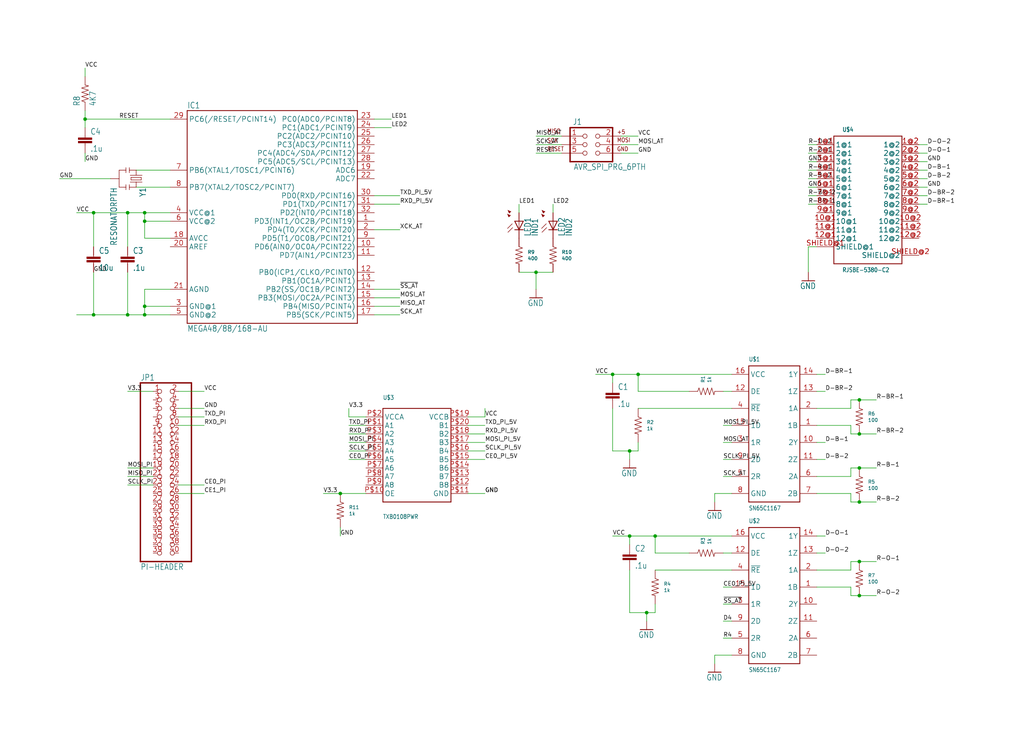
<source format=kicad_sch>
(kicad_sch (version 20250114) (generator "eeschema") (generator_version "9.0")
  (paper "User" 305.714 223.342)
  (lib_symbols
    (symbol "pi-shield-eagle-import:AVR_SPI_PRG_6PTH"
      (property "Reference" "J" (at -4.318 5.842 0))
      (symbol "AVR_SPI_PRG_6PTH_1_0"
        (polyline (pts (xy -5.08 5.08) (xy -5.08 -5.08)) (stroke (width 0.4064)))
        (polyline (pts (xy -5.08 -5.08) (xy 7.62 -5.08)) (stroke (width 0.4064)))
        (polyline (pts (xy 7.62 5.08) (xy -5.08 5.08)) (stroke (width 0.4064)))
        (polyline (pts (xy 7.62 -5.08) (xy 7.62 5.08)) (stroke (width 0.4064)))
        (text "MISO" (at -11.938 3.302 0) (effects (font (size 1.27 1.0795)) (justify left bottom)))
        (text "SCK" (at -11.938 0.508 0) (effects (font (size 1.27 1.0795)) (justify left bottom)))
        (text "RESET" (at -11.938 -2.032 0) (effects (font (size 1.27 1.0795)) (justify left bottom)))
        (text "+5" (at 8.89 3.048 0) (effects (font (size 1.27 1.0795)) (justify left bottom)))
        (text "MOSI" (at 8.89 0.635 0) (effects (font (size 1.27 1.0795)) (justify left bottom)))
        (text "GND" (at 8.89 -2.032 0) (effects (font (size 1.27 1.0795)) (justify left bottom)))
        (pin passive inverted (at -7.62 2.54 0) (length 7.62) (name "1") (number "1"))
        (pin passive inverted (at -7.62 0 0) (length 7.62) (name "3") (number "3"))
        (pin passive inverted (at -7.62 -2.54 0) (length 7.62) (name "5") (number "5"))
        (pin passive inverted (at 10.16 2.54 180) (length 7.62) (name "2") (number "2"))
        (pin passive inverted (at 10.16 0 180) (length 7.62) (name "4") (number "4"))
        (pin passive inverted (at 10.16 -2.54 180) (length 7.62) (name "6") (number "6"))
      )
    )
    (symbol "pi-shield-eagle-import:CAP0805"
      (property "Reference" "C" (at 1.524 2.921 0))
      (symbol "CAP0805_1_0"
        (rectangle (start -2.032 1.524) (end 2.032 2.032) (fill (type outline)))
        (rectangle (start -2.032 0.508) (end 2.032 1.016) (fill (type outline)))
        (polyline (pts (xy 0 2.54) (xy 0 2.032)) (stroke (width 0.1524)))
        (polyline (pts (xy 0 0) (xy 0 0.508)) (stroke (width 0.1524)))
        (pin passive line (at 0 5.08 270) (length 2.54) (name "1") (number "1"))
        (pin passive line (at 0 -2.54 90) (length 2.54) (name "2") (number "2"))
      )
    )
    (symbol "pi-shield-eagle-import:GND" (power)
      (symbol "GND_1_0"
        (polyline (pts (xy -1.905 0) (xy 1.905 0)) (stroke (width 0.254)))
        (pin power_in line (at 0 2.54 270) (length 2.54) (name "GND") (number "1"))
      )
    )
    (symbol "pi-shield-eagle-import:LED3MM"
      (property "Reference" "LED" (at 3.556 -4.572 90))
      (symbol "LED3MM_1_0"
        (polyline (pts (xy -3.429 2.159) (xy -3.048 1.27) (xy -2.54 1.778)) (stroke (width 0.1524)) (fill (type outline)))
        (polyline (pts (xy -3.302 3.302) (xy -2.921 2.413) (xy -2.413 2.921)) (stroke (width 0.1524)) (fill (type outline)))
        (polyline (pts (xy -2.032 -0.762) (xy -3.429 -2.159)) (stroke (width 0.1524)))
        (polyline (pts (xy -1.905 -1.905) (xy -3.302 -3.302)) (stroke (width 0.1524)))
        (polyline (pts (xy 0 0) (xy -1.27 0)) (stroke (width 0.254)))
        (polyline (pts (xy 0 0) (xy 0 -2.54)) (stroke (width 0.1524)))
        (polyline (pts (xy 0 -2.54) (xy -1.27 0)) (stroke (width 0.254)))
        (polyline (pts (xy 0 -2.54) (xy -1.27 -2.54)) (stroke (width 0.254)))
        (polyline (pts (xy 1.27 0) (xy 0 0)) (stroke (width 0.254)))
        (polyline (pts (xy 1.27 0) (xy 0 -2.54)) (stroke (width 0.254)))
        (polyline (pts (xy 1.27 -2.54) (xy 0 -2.54)) (stroke (width 0.254)))
        (pin passive line (at 0 2.54 270) (length 2.54) (name "A") (number "A"))
        (pin passive line (at 0 -5.08 90) (length 2.54) (name "C") (number "K"))
      )
    )
    (symbol "pi-shield-eagle-import:MEGA48/88/168-AU"
      (property "Reference" "IC" (at -25.4 33.02 0))
      (symbol "MEGA48/88/168-AU_1_0"
        (polyline (pts (xy -25.4 30.48) (xy 25.4 30.48)) (stroke (width 0.254)))
        (polyline (pts (xy -25.4 -33.02) (xy -25.4 30.48)) (stroke (width 0.254)))
        (polyline (pts (xy 25.4 30.48) (xy 25.4 -33.02)) (stroke (width 0.254)))
        (polyline (pts (xy 25.4 -33.02) (xy -25.4 -33.02)) (stroke (width 0.254)))
        (pin bidirectional line (at -30.48 27.94 0) (length 5.08) (name "PC6(/RESET/PCINT14)") (number "29"))
        (pin bidirectional line (at -30.48 12.7 0) (length 5.08) (name "PB6(XTAL1/TOSC1/PCINT6)") (number "7"))
        (pin bidirectional line (at -30.48 7.62 0) (length 5.08) (name "PB7(XTAL2/TOSC2/PCINT7)") (number "8"))
        (pin power_in line (at -30.48 0 0) (length 5.08) (name "VCC@1") (number "4"))
        (pin power_in line (at -30.48 -2.54 0) (length 5.08) (name "VCC@2") (number "6"))
        (pin passive line (at -30.48 -7.62 0) (length 5.08) (name "AVCC") (number "18"))
        (pin passive line (at -30.48 -10.16 0) (length 5.08) (name "AREF") (number "20"))
        (pin power_in line (at -30.48 -22.86 0) (length 5.08) (name "AGND") (number "21"))
        (pin power_in line (at -30.48 -27.94 0) (length 5.08) (name "GND@1") (number "3"))
        (pin power_in line (at -30.48 -30.48 0) (length 5.08) (name "GND@2") (number "5"))
        (pin bidirectional line (at 30.48 27.94 180) (length 5.08) (name "PC0(ADC0/PCINT8)") (number "23"))
        (pin bidirectional line (at 30.48 25.4 180) (length 5.08) (name "PC1(ADC1/PCINT9)") (number "24"))
        (pin bidirectional line (at 30.48 22.86 180) (length 5.08) (name "PC2(ADC2/PCINT10)") (number "25"))
        (pin bidirectional line (at 30.48 20.32 180) (length 5.08) (name "PC3(ADC3/PCINT11)") (number "26"))
        (pin bidirectional line (at 30.48 17.78 180) (length 5.08) (name "PC4(ADC4/SDA/PCINT12)") (number "27"))
        (pin bidirectional line (at 30.48 15.24 180) (length 5.08) (name "PC5(ADC5/SCL/PCINT13)") (number "28"))
        (pin passive line (at 30.48 12.7 180) (length 5.08) (name "ADC6") (number "19"))
        (pin passive line (at 30.48 10.16 180) (length 5.08) (name "ADC7") (number "22"))
        (pin bidirectional line (at 30.48 5.08 180) (length 5.08) (name "PD0(RXD/PCINT16)") (number "30"))
        (pin bidirectional line (at 30.48 2.54 180) (length 5.08) (name "PD1(TXD/PCINT17)") (number "31"))
        (pin bidirectional line (at 30.48 0 180) (length 5.08) (name "PD2(INT0/PCINT18)") (number "32"))
        (pin bidirectional line (at 30.48 -2.54 180) (length 5.08) (name "PD3(INT1/OC2B/PCINT19)") (number "1"))
        (pin bidirectional line (at 30.48 -5.08 180) (length 5.08) (name "PD4(T0/XCK/PCINT20)") (number "2"))
        (pin bidirectional line (at 30.48 -7.62 180) (length 5.08) (name "PD5(T1/OC0B/PCINT21)") (number "9"))
        (pin bidirectional line (at 30.48 -10.16 180) (length 5.08) (name "PD6(AIN0/OC0A/PCINT22)") (number "10"))
        (pin bidirectional line (at 30.48 -12.7 180) (length 5.08) (name "PD7(AIN1/PCINT23)") (number "11"))
        (pin bidirectional line (at 30.48 -17.78 180) (length 5.08) (name "PB0(ICP1/CLKO/PCINT0)") (number "12"))
        (pin bidirectional line (at 30.48 -20.32 180) (length 5.08) (name "PB1(OC1A/PCINT1)") (number "13"))
        (pin bidirectional line (at 30.48 -22.86 180) (length 5.08) (name "PB2(SS/OC1B/PCINT2)") (number "14"))
        (pin bidirectional line (at 30.48 -25.4 180) (length 5.08) (name "PB3(MOSI/OC2A/PCINT3)") (number "15"))
        (pin bidirectional line (at 30.48 -27.94 180) (length 5.08) (name "PB4(MISO/PCINT4)") (number "16"))
        (pin bidirectional line (at 30.48 -30.48 180) (length 5.08) (name "PB5(SCK/PCINT5)") (number "17"))
      )
    )
    (symbol "pi-shield-eagle-import:PINHD-2X20"
      (property "Reference" "JP" (at -6.35 26.035 0))
      (symbol "PINHD-2X20_1_0"
        (polyline (pts (xy -6.35 25.4) (xy -6.35 -27.94)) (stroke (width 0.4064)))
        (polyline (pts (xy -6.35 -27.94) (xy 8.89 -27.94)) (stroke (width 0.4064)))
        (polyline (pts (xy 8.89 25.4) (xy -6.35 25.4)) (stroke (width 0.4064)))
        (polyline (pts (xy 8.89 -27.94) (xy 8.89 25.4)) (stroke (width 0.4064)))
        (pin passive inverted (at -2.54 22.86 0) (length 2.54) (name "1") (number "1"))
        (pin passive inverted (at -2.54 20.32 0) (length 2.54) (name "3") (number "3"))
        (pin passive inverted (at -2.54 17.78 0) (length 2.54) (name "5") (number "5"))
        (pin passive inverted (at -2.54 15.24 0) (length 2.54) (name "7") (number "7"))
        (pin passive inverted (at -2.54 12.7 0) (length 2.54) (name "9") (number "9"))
        (pin passive inverted (at -2.54 10.16 0) (length 2.54) (name "11") (number "11"))
        (pin passive inverted (at -2.54 7.62 0) (length 2.54) (name "13") (number "13"))
        (pin passive inverted (at -2.54 5.08 0) (length 2.54) (name "15") (number "15"))
        (pin passive inverted (at -2.54 2.54 0) (length 2.54) (name "17") (number "17"))
        (pin passive inverted (at -2.54 0 0) (length 2.54) (name "19") (number "19"))
        (pin passive inverted (at -2.54 -2.54 0) (length 2.54) (name "21") (number "21"))
        (pin passive inverted (at -2.54 -5.08 0) (length 2.54) (name "23") (number "23"))
        (pin passive inverted (at -2.54 -7.62 0) (length 2.54) (name "25") (number "25"))
        (pin passive inverted (at -2.54 -10.16 0) (length 2.54) (name "27") (number "27"))
        (pin passive inverted (at -2.54 -12.7 0) (length 2.54) (name "29") (number "29"))
        (pin passive inverted (at -2.54 -15.24 0) (length 2.54) (name "31") (number "31"))
        (pin passive inverted (at -2.54 -17.78 0) (length 2.54) (name "33") (number "33"))
        (pin passive inverted (at -2.54 -20.32 0) (length 2.54) (name "35") (number "35"))
        (pin passive inverted (at -2.54 -22.86 0) (length 2.54) (name "37") (number "37"))
        (pin passive inverted (at -2.54 -25.4 0) (length 2.54) (name "39") (number "39"))
        (pin passive inverted (at 5.08 22.86 180) (length 2.54) (name "2") (number "2"))
        (pin passive inverted (at 5.08 20.32 180) (length 2.54) (name "4") (number "4"))
        (pin passive inverted (at 5.08 17.78 180) (length 2.54) (name "6") (number "6"))
        (pin passive inverted (at 5.08 15.24 180) (length 2.54) (name "8") (number "8"))
        (pin passive inverted (at 5.08 12.7 180) (length 2.54) (name "10") (number "10"))
        (pin passive inverted (at 5.08 10.16 180) (length 2.54) (name "12") (number "12"))
        (pin passive inverted (at 5.08 7.62 180) (length 2.54) (name "14") (number "14"))
        (pin passive inverted (at 5.08 5.08 180) (length 2.54) (name "16") (number "16"))
        (pin passive inverted (at 5.08 2.54 180) (length 2.54) (name "18") (number "18"))
        (pin passive inverted (at 5.08 0 180) (length 2.54) (name "20") (number "20"))
        (pin passive inverted (at 5.08 -2.54 180) (length 2.54) (name "22") (number "22"))
        (pin passive inverted (at 5.08 -5.08 180) (length 2.54) (name "24") (number "24"))
        (pin passive inverted (at 5.08 -7.62 180) (length 2.54) (name "26") (number "26"))
        (pin passive inverted (at 5.08 -10.16 180) (length 2.54) (name "28") (number "28"))
        (pin passive inverted (at 5.08 -12.7 180) (length 2.54) (name "30") (number "30"))
        (pin passive inverted (at 5.08 -15.24 180) (length 2.54) (name "32") (number "32"))
        (pin passive inverted (at 5.08 -17.78 180) (length 2.54) (name "34") (number "34"))
        (pin passive inverted (at 5.08 -20.32 180) (length 2.54) (name "36") (number "36"))
        (pin passive inverted (at 5.08 -22.86 180) (length 2.54) (name "38") (number "38"))
        (pin passive inverted (at 5.08 -25.4 180) (length 2.54) (name "40") (number "40"))
      )
    )
    (symbol "pi-shield-eagle-import:RESISTOR"
      (property "Reference" "R" (at -3.81 1.4986 0))
      (symbol "RESISTOR_1_0"
        (polyline (pts (xy -2.54 0) (xy -2.159 1.016)) (stroke (width 0.1524)))
        (polyline (pts (xy -2.159 1.016) (xy -1.524 -1.016)) (stroke (width 0.1524)))
        (polyline (pts (xy -1.524 -1.016) (xy -0.889 1.016)) (stroke (width 0.1524)))
        (polyline (pts (xy -0.889 1.016) (xy -0.254 -1.016)) (stroke (width 0.1524)))
        (polyline (pts (xy -0.254 -1.016) (xy 0.381 1.016)) (stroke (width 0.1524)))
        (polyline (pts (xy 0.381 1.016) (xy 1.016 -1.016)) (stroke (width 0.1524)))
        (polyline (pts (xy 1.016 -1.016) (xy 1.651 1.016)) (stroke (width 0.1524)))
        (polyline (pts (xy 1.651 1.016) (xy 2.286 -1.016)) (stroke (width 0.1524)))
        (polyline (pts (xy 2.286 -1.016) (xy 2.54 0)) (stroke (width 0.1524)))
        (pin passive line (at -5.08 0 0) (length 2.54) (name "1") (number "1"))
        (pin passive line (at 5.08 0 180) (length 2.54) (name "2") (number "2"))
      )
    )
    (symbol "pi-shield-eagle-import:RESISTOR_0805"
      (property "Reference" "R" (at 2.54 1.524 0))
      (symbol "RESISTOR_0805_1_0"
        (polyline (pts (xy -1.016 1.524) (xy 1.016 0.889)) (stroke (width 0.1524)))
        (polyline (pts (xy -1.016 0.254) (xy 1.016 -0.381)) (stroke (width 0.1524)))
        (polyline (pts (xy -1.016 -1.016) (xy 1.016 -1.651)) (stroke (width 0.1524)))
        (polyline (pts (xy -1.016 -2.286) (xy 0 -2.54)) (stroke (width 0.1524)))
        (polyline (pts (xy 0 2.54) (xy 1.016 2.159)) (stroke (width 0.1524)))
        (polyline (pts (xy 1.016 2.159) (xy -1.016 1.524)) (stroke (width 0.1524)))
        (polyline (pts (xy 1.016 0.889) (xy -1.016 0.254)) (stroke (width 0.1524)))
        (polyline (pts (xy 1.016 -0.381) (xy -1.016 -1.016)) (stroke (width 0.1524)))
        (polyline (pts (xy 1.016 -1.651) (xy -1.016 -2.286)) (stroke (width 0.1524)))
        (pin passive line (at 0 5.08 270) (length 2.54) (name "P$1") (number "P$1"))
        (pin passive line (at 0 -5.08 90) (length 2.54) (name "P$2") (number "P$2"))
      )
    )
    (symbol "pi-shield-eagle-import:RESONATORPTH"
      (property "Reference" "Y" (at 2.54 1.016 0))
      (symbol "RESONATORPTH_1_0"
        (polyline (pts (xy -2.54 0) (xy -1.016 0)) (stroke (width 0.1524)))
        (polyline (pts (xy -2.54 -2.032) (xy -3.302 -2.032)) (stroke (width 0.1524)))
        (polyline (pts (xy -2.54 -2.032) (xy -2.54 0)) (stroke (width 0.1524)))
        (polyline (pts (xy -2.54 -3.048) (xy -3.302 -3.048)) (stroke (width 0.1524)))
        (polyline (pts (xy -2.54 -3.048) (xy -2.54 -5.08)) (stroke (width 0.1524)))
        (polyline (pts (xy -1.778 -2.032) (xy -2.54 -2.032)) (stroke (width 0.1524)))
        (polyline (pts (xy -1.778 -3.048) (xy -2.54 -3.048)) (stroke (width 0.1524)))
        (polyline (pts (xy -1.016 1.778) (xy -1.016 0)) (stroke (width 0.1524)))
        (polyline (pts (xy -1.016 0) (xy -1.016 -1.778)) (stroke (width 0.1524)))
        (polyline (pts (xy -0.381 1.524) (xy -0.381 -1.524)) (stroke (width 0.1524)))
        (polyline (pts (xy -0.381 -1.524) (xy 0.381 -1.524)) (stroke (width 0.1524)))
        (polyline (pts (xy 0 -5.08) (xy -2.54 -5.08)) (stroke (width 0.1524)))
        (polyline (pts (xy 0 -5.08) (xy 0 -7.62)) (stroke (width 0.1524)))
        (polyline (pts (xy 0.381 1.524) (xy -0.381 1.524)) (stroke (width 0.1524)))
        (polyline (pts (xy 0.381 -1.524) (xy 0.381 1.524)) (stroke (width 0.1524)))
        (polyline (pts (xy 1.016 1.778) (xy 1.016 0)) (stroke (width 0.1524)))
        (polyline (pts (xy 1.016 0) (xy 1.016 -1.778)) (stroke (width 0.1524)))
        (polyline (pts (xy 1.016 0) (xy 2.54 0)) (stroke (width 0.1524)))
        (polyline (pts (xy 2.54 0) (xy 2.54 -2.032)) (stroke (width 0.1524)))
        (polyline (pts (xy 2.54 -2.032) (xy 1.778 -2.032)) (stroke (width 0.1524)))
        (polyline (pts (xy 2.54 -3.048) (xy 1.778 -3.048)) (stroke (width 0.1524)))
        (polyline (pts (xy 2.54 -3.048) (xy 2.54 -5.08)) (stroke (width 0.1524)))
        (polyline (pts (xy 2.54 -5.08) (xy 0 -5.08)) (stroke (width 0.1524)))
        (polyline (pts (xy 3.302 -2.032) (xy 2.54 -2.032)) (stroke (width 0.1524)))
        (polyline (pts (xy 3.302 -3.048) (xy 2.54 -3.048)) (stroke (width 0.1524)))
        (pin passive line (at -2.54 0 0) (length 0) (name "1") (number "1"))
        (pin passive line (at 0 -7.62 90) (length 0) (name "2") (number "2"))
        (pin passive line (at 2.54 0 180) (length 0) (name "3") (number "3"))
      )
    )
    (symbol "pi-shield-eagle-import:RJSBE-5380-C2"
      (symbol "RJSBE-5380-C2_1_0"
        (polyline (pts (xy -10.16 17.78) (xy -10.16 -20.32)) (stroke (width 0.254)))
        (polyline (pts (xy -10.16 -20.32) (xy 10.16 -20.32)) (stroke (width 0.254)))
        (polyline (pts (xy 10.16 17.78) (xy -10.16 17.78)) (stroke (width 0.254)))
        (polyline (pts (xy 10.16 -20.32) (xy 10.16 17.78)) (stroke (width 0.254)))
        (pin bidirectional line (at -15.24 15.24 0) (length 5.08) (name "1@1") (number "1@1"))
        (pin bidirectional line (at -15.24 12.7 0) (length 5.08) (name "2@1") (number "2@1"))
        (pin bidirectional line (at -15.24 10.16 0) (length 5.08) (name "3@1") (number "3@1"))
        (pin bidirectional line (at -15.24 7.62 0) (length 5.08) (name "4@1") (number "4@1"))
        (pin bidirectional line (at -15.24 5.08 0) (length 5.08) (name "5@1") (number "5@1"))
        (pin bidirectional line (at -15.24 2.54 0) (length 5.08) (name "6@1") (number "6@1"))
        (pin bidirectional line (at -15.24 0 0) (length 5.08) (name "7@1") (number "7@1"))
        (pin bidirectional line (at -15.24 -2.54 0) (length 5.08) (name "8@1") (number "8@1"))
        (pin bidirectional line (at -15.24 -5.08 0) (length 5.08) (name "9@1") (number "9@1"))
        (pin bidirectional line (at -15.24 -7.62 0) (length 5.08) (name "10@1") (number "10@1"))
        (pin bidirectional line (at -15.24 -10.16 0) (length 5.08) (name "11@1") (number "11@1"))
        (pin bidirectional line (at -15.24 -12.7 0) (length 5.08) (name "12@1") (number "12@1"))
        (pin bidirectional line (at -15.24 -15.24 0) (length 5.08) (name "SHIELD@1") (number "SHIELD@1"))
        (pin bidirectional line (at 15.24 15.24 180) (length 5.08) (name "1@2") (number "1@2"))
        (pin bidirectional line (at 15.24 12.7 180) (length 5.08) (name "2@2") (number "2@2"))
        (pin bidirectional line (at 15.24 10.16 180) (length 5.08) (name "3@2") (number "3@2"))
        (pin bidirectional line (at 15.24 7.62 180) (length 5.08) (name "4@2") (number "4@2"))
        (pin bidirectional line (at 15.24 5.08 180) (length 5.08) (name "5@2") (number "5@2"))
        (pin bidirectional line (at 15.24 2.54 180) (length 5.08) (name "6@2") (number "6@2"))
        (pin bidirectional line (at 15.24 0 180) (length 5.08) (name "7@2") (number "7@2"))
        (pin bidirectional line (at 15.24 -2.54 180) (length 5.08) (name "8@2") (number "8@2"))
        (pin bidirectional line (at 15.24 -5.08 180) (length 5.08) (name "9@2") (number "9@2"))
        (pin bidirectional line (at 15.24 -7.62 180) (length 5.08) (name "10@2") (number "10@2"))
        (pin bidirectional line (at 15.24 -10.16 180) (length 5.08) (name "11@2") (number "11@2"))
        (pin bidirectional line (at 15.24 -12.7 180) (length 5.08) (name "12@2") (number "12@2"))
        (pin bidirectional line (at 15.24 -17.78 180) (length 5.08) (name "SHIELD@2") (number "SHIELD@2"))
      )
    )
    (symbol "pi-shield-eagle-import:SN65C1167"
      (symbol "SN65C1167_1_0"
        (polyline (pts (xy -10.16 20.32) (xy -10.16 -20.32)) (stroke (width 0.254)))
        (polyline (pts (xy -10.16 -20.32) (xy 5.08 -20.32)) (stroke (width 0.254)))
        (polyline (pts (xy 5.08 20.32) (xy -10.16 20.32)) (stroke (width 0.254)))
        (polyline (pts (xy 5.08 -20.32) (xy 5.08 20.32)) (stroke (width 0.254)))
        (pin bidirectional line (at -15.24 17.78 0) (length 5.08) (name "VCC") (number "16"))
        (pin bidirectional line (at -15.24 12.7 0) (length 5.08) (name "DE") (number "12"))
        (pin bidirectional line (at -15.24 7.62 0) (length 5.08) (name "~{RE}") (number "4"))
        (pin bidirectional line (at -15.24 2.54 0) (length 5.08) (name "1D") (number "15"))
        (pin bidirectional line (at -15.24 -2.54 0) (length 5.08) (name "1R") (number "3"))
        (pin bidirectional line (at -15.24 -7.62 0) (length 5.08) (name "2D") (number "9"))
        (pin bidirectional line (at -15.24 -12.7 0) (length 5.08) (name "2R") (number "5"))
        (pin bidirectional line (at -15.24 -17.78 0) (length 5.08) (name "GND") (number "8"))
        (pin bidirectional line (at 10.16 17.78 180) (length 5.08) (name "1Y") (number "14"))
        (pin bidirectional line (at 10.16 12.7 180) (length 5.08) (name "1Z") (number "13"))
        (pin bidirectional line (at 10.16 7.62 180) (length 5.08) (name "1A") (number "2"))
        (pin bidirectional line (at 10.16 2.54 180) (length 5.08) (name "1B") (number "1"))
        (pin bidirectional line (at 10.16 -2.54 180) (length 5.08) (name "2Y") (number "10"))
        (pin bidirectional line (at 10.16 -7.62 180) (length 5.08) (name "2Z") (number "11"))
        (pin bidirectional line (at 10.16 -12.7 180) (length 5.08) (name "2A") (number "6"))
        (pin bidirectional line (at 10.16 -17.78 180) (length 5.08) (name "2B") (number "7"))
      )
    )
    (symbol "pi-shield-eagle-import:TXB0108PWR"
      (symbol "TXB0108PWR_1_0"
        (polyline (pts (xy -10.16 15.24) (xy -10.16 -12.7)) (stroke (width 0.254)))
        (polyline (pts (xy -10.16 -12.7) (xy 10.16 -12.7)) (stroke (width 0.254)))
        (polyline (pts (xy 10.16 15.24) (xy -10.16 15.24)) (stroke (width 0.254)))
        (polyline (pts (xy 10.16 -12.7) (xy 10.16 15.24)) (stroke (width 0.254)))
        (pin bidirectional line (at -15.24 12.7 0) (length 5.08) (name "VCCA") (number "P$2"))
        (pin bidirectional line (at -15.24 10.16 0) (length 5.08) (name "A1") (number "P$1"))
        (pin bidirectional line (at -15.24 7.62 0) (length 5.08) (name "A2") (number "P$3"))
        (pin bidirectional line (at -15.24 5.08 0) (length 5.08) (name "A3") (number "P$4"))
        (pin bidirectional line (at -15.24 2.54 0) (length 5.08) (name "A4") (number "P$5"))
        (pin bidirectional line (at -15.24 0 0) (length 5.08) (name "A5") (number "P$6"))
        (pin bidirectional line (at -15.24 -2.54 0) (length 5.08) (name "A6") (number "P$7"))
        (pin bidirectional line (at -15.24 -5.08 0) (length 5.08) (name "A7") (number "P$8"))
        (pin bidirectional line (at -15.24 -7.62 0) (length 5.08) (name "A8") (number "P$9"))
        (pin input line (at -15.24 -10.16 0) (length 5.08) (name "OE") (number "P$10"))
        (pin bidirectional line (at 15.24 12.7 180) (length 5.08) (name "VCCB") (number "P$19"))
        (pin bidirectional line (at 15.24 10.16 180) (length 5.08) (name "B1") (number "P$20"))
        (pin bidirectional line (at 15.24 7.62 180) (length 5.08) (name "B2") (number "P$18"))
        (pin bidirectional line (at 15.24 5.08 180) (length 5.08) (name "B3") (number "P$17"))
        (pin bidirectional line (at 15.24 2.54 180) (length 5.08) (name "B4") (number "P$16"))
        (pin bidirectional line (at 15.24 0 180) (length 5.08) (name "B5") (number "P$15"))
        (pin bidirectional line (at 15.24 -2.54 180) (length 5.08) (name "B6") (number "P$14"))
        (pin bidirectional line (at 15.24 -5.08 180) (length 5.08) (name "B7") (number "P$13"))
        (pin bidirectional line (at 15.24 -7.62 180) (length 5.08) (name "B8") (number "P$12"))
        (pin bidirectional line (at 15.24 -10.16 180) (length 5.08) (name "GND") (number "P$11"))
      )
    )
  )
  (junction (at 190.5 111.76))
  (junction (at 256.54 139.7))
  (junction (at 43.18 93.98))
  (junction (at 182.88 111.76))
  (junction (at 256.54 167.64))
  (junction (at 101.6 147.32))
  (junction (at 187.96 134.62))
  (junction (at 43.18 91.44))
  (junction (at 27.94 93.98))
  (junction (at 195.58 160.02))
  (junction (at 256.54 119.38))
  (junction (at 160.02 81.28))
  (junction (at 38.1 93.98))
  (junction (at 43.18 66.04))
  (junction (at 256.54 177.8))
  (junction (at 187.96 160.02))
  (junction (at 43.18 63.5))
  (junction (at 38.1 63.5))
  (junction (at 25.4 35.56))
  (junction (at 256.54 149.86))
  (junction (at 193.04 182.88))
  (junction (at 256.54 129.54))
  (junction (at 27.94 63.5))
  (wire (pts (xy 218.44 137.16) (xy 215.9 137.16)) (stroke (width 0.1524)))
  (wire (pts (xy 243.84 48.26) (xy 241.3 48.26)) (stroke (width 0.1524)))
  (wire (pts (xy 160.02 81.28) (xy 165.1 81.28)) (stroke (width 0.1524)))
  (wire (pts (xy 195.58 182.88) (xy 195.58 180.34)) (stroke (width 0.1524)))
  (wire (pts (xy 193.04 185.42) (xy 193.04 182.88)) (stroke (width 0.1524)))
  (wire (pts (xy 254 167.64) (xy 256.54 167.64)) (stroke (width 0.1524)))
  (wire (pts (xy 274.32 55.88) (xy 276.86 55.88)) (stroke (width 0.1524)))
  (wire (pts (xy 111.76 86.36) (xy 119.38 86.36)) (stroke (width 0.1524)))
  (wire (pts (xy 256.54 119.38) (xy 261.62 119.38)) (stroke (width 0.1524)))
  (wire (pts (xy 111.76 68.58) (xy 119.38 68.58)) (stroke (width 0.1524)))
  (wire (pts (xy 243.84 73.66) (xy 241.3 73.66)) (stroke (width 0.1524)))
  (wire (pts (xy 243.84 160.02) (xy 246.38 160.02)) (stroke (width 0.1524)))
  (wire (pts (xy 111.76 38.1) (xy 116.84 38.1)) (stroke (width 0.1524)))
  (wire (pts (xy 243.84 60.96) (xy 241.3 60.96)) (stroke (width 0.1524)))
  (wire (pts (xy 218.44 121.92) (xy 190.5 121.92)) (stroke (width 0.1524)))
  (wire (pts (xy 109.22 132.08) (xy 104.14 132.08)) (stroke (width 0.1524)))
  (wire (pts (xy 218.44 175.26) (xy 215.9 175.26)) (stroke (width 0.1524)))
  (wire (pts (xy 218.44 132.08) (xy 215.9 132.08)) (stroke (width 0.1524)))
  (wire (pts (xy 243.84 170.18) (xy 254 170.18)) (stroke (width 0.1524)))
  (wire (pts (xy 104.14 124.46) (xy 104.14 121.92)) (stroke (width 0.1524)))
  (wire (pts (xy 254 129.54) (xy 256.54 129.54)) (stroke (width 0.1524)))
  (wire (pts (xy 218.44 185.42) (xy 215.9 185.42)) (stroke (width 0.1524)))
  (wire (pts (xy 111.76 58.42) (xy 119.38 58.42)) (stroke (width 0.1524)))
  (wire (pts (xy 185.42 45.72) (xy 190.5 45.72)) (stroke (width 0.1524)))
  (wire (pts (xy 243.84 55.88) (xy 241.3 55.88)) (stroke (width 0.1524)))
  (wire (pts (xy 109.22 137.16) (xy 104.14 137.16)) (stroke (width 0.1524)))
  (wire (pts (xy 256.54 167.64) (xy 261.62 167.64)) (stroke (width 0.1524)))
  (wire (pts (xy 53.34 121.92) (xy 60.96 121.92)) (stroke (width 0.1524)))
  (wire (pts (xy 25.4 33.02) (xy 25.4 35.56)) (stroke (width 0.1524)))
  (wire (pts (xy 187.96 160.02) (xy 182.88 160.02)) (stroke (width 0.1524)))
  (wire (pts (xy 254 139.7) (xy 256.54 139.7)) (stroke (width 0.1524)))
  (wire (pts (xy 218.44 116.84) (xy 215.9 116.84)) (stroke (width 0.1524)))
  (wire (pts (xy 256.54 129.54) (xy 261.62 129.54)) (stroke (width 0.1524)))
  (wire (pts (xy 43.18 71.12) (xy 43.18 66.04)) (stroke (width 0.1524)))
  (wire (pts (xy 111.76 88.9) (xy 119.38 88.9)) (stroke (width 0.1524)))
  (wire (pts (xy 256.54 139.7) (xy 261.62 139.7)) (stroke (width 0.1524)))
  (wire (pts (xy 25.4 22.86) (xy 25.4 20.32)) (stroke (width 0.1524)))
  (wire (pts (xy 243.84 116.84) (xy 246.38 116.84)) (stroke (width 0.1524)))
  (wire (pts (xy 109.22 129.54) (xy 104.14 129.54)) (stroke (width 0.1524)))
  (wire (pts (xy 53.34 124.46) (xy 60.96 124.46)) (stroke (width 0.1524)))
  (wire (pts (xy 139.7 134.62) (xy 144.78 134.62)) (stroke (width 0.1524)))
  (wire (pts (xy 109.22 134.62) (xy 104.14 134.62)) (stroke (width 0.1524)))
  (wire (pts (xy 205.74 116.84) (xy 190.5 116.84)) (stroke (width 0.1524)))
  (wire (pts (xy 274.32 58.42) (xy 276.86 58.42)) (stroke (width 0.1524)))
  (wire (pts (xy 243.84 43.18) (xy 241.3 43.18)) (stroke (width 0.1524)))
  (wire (pts (xy 25.4 35.56) (xy 25.4 38.1)) (stroke (width 0.1524)))
  (wire (pts (xy 27.94 73.66) (xy 27.94 63.5)) (stroke (width 0.1524)))
  (wire (pts (xy 111.76 60.96) (xy 119.38 60.96)) (stroke (width 0.1524)))
  (wire (pts (xy 243.84 147.32) (xy 254 147.32)) (stroke (width 0.1524)))
  (wire (pts (xy 40.64 50.8) (xy 50.8 50.8)) (stroke (width 0.1524)))
  (wire (pts (xy 218.44 180.34) (xy 215.9 180.34)) (stroke (width 0.1524)))
  (wire (pts (xy 187.96 182.88) (xy 193.04 182.88)) (stroke (width 0.1524)))
  (wire (pts (xy 218.44 142.24) (xy 215.9 142.24)) (stroke (width 0.1524)))
  (wire (pts (xy 243.84 53.34) (xy 241.3 53.34)) (stroke (width 0.1524)))
  (wire (pts (xy 218.44 165.1) (xy 215.9 165.1)) (stroke (width 0.1524)))
  (wire (pts (xy 50.8 63.5) (xy 43.18 63.5)) (stroke (width 0.1524)))
  (wire (pts (xy 109.22 147.32) (xy 101.6 147.32)) (stroke (width 0.1524)))
  (wire (pts (xy 254 142.24) (xy 254 139.7)) (stroke (width 0.1524)))
  (wire (pts (xy 243.84 58.42) (xy 241.3 58.42)) (stroke (width 0.1524)))
  (wire (pts (xy 205.74 165.1) (xy 195.58 165.1)) (stroke (width 0.1524)))
  (wire (pts (xy 218.44 160.02) (xy 195.58 160.02)) (stroke (width 0.1524)))
  (wire (pts (xy 167.64 45.72) (xy 160.02 45.72)) (stroke (width 0.1524)))
  (wire (pts (xy 274.32 48.26) (xy 276.86 48.26)) (stroke (width 0.1524)))
  (wire (pts (xy 50.8 66.04) (xy 43.18 66.04)) (stroke (width 0.1524)))
  (wire (pts (xy 254 170.18) (xy 254 167.64)) (stroke (width 0.1524)))
  (wire (pts (xy 50.8 86.36) (xy 43.18 86.36)) (stroke (width 0.1524)))
  (wire (pts (xy 243.84 132.08) (xy 246.38 132.08)) (stroke (width 0.1524)))
  (wire (pts (xy 190.5 111.76) (xy 182.88 111.76)) (stroke (width 0.1524)))
  (wire (pts (xy 243.84 45.72) (xy 241.3 45.72)) (stroke (width 0.1524)))
  (wire (pts (xy 38.1 73.66) (xy 38.1 63.5)) (stroke (width 0.1524)))
  (wire (pts (xy 50.8 93.98) (xy 43.18 93.98)) (stroke (width 0.1524)))
  (wire (pts (xy 187.96 170.18) (xy 187.96 182.88)) (stroke (width 0.1524)))
  (wire (pts (xy 50.8 91.44) (xy 43.18 91.44)) (stroke (width 0.1524)))
  (wire (pts (xy 139.7 127) (xy 144.78 127)) (stroke (width 0.1524)))
  (wire (pts (xy 182.88 121.92) (xy 182.88 134.62)) (stroke (width 0.1524)))
  (wire (pts (xy 274.32 60.96) (xy 276.86 60.96)) (stroke (width 0.1524)))
  (wire (pts (xy 254 119.38) (xy 256.54 119.38)) (stroke (width 0.1524)))
  (wire (pts (xy 274.32 45.72) (xy 276.86 45.72)) (stroke (width 0.1524)))
  (wire (pts (xy 218.44 127) (xy 215.9 127)) (stroke (width 0.1524)))
  (wire (pts (xy 185.42 43.18) (xy 190.5 43.18)) (stroke (width 0.1524)))
  (wire (pts (xy 43.18 66.04) (xy 43.18 63.5)) (stroke (width 0.1524)))
  (wire (pts (xy 165.1 63.5) (xy 165.1 60.96)) (stroke (width 0.1524)))
  (wire (pts (xy 187.96 137.16) (xy 187.96 134.62)) (stroke (width 0.1524)))
  (wire (pts (xy 53.34 127) (xy 60.96 127)) (stroke (width 0.1524)))
  (wire (pts (xy 274.32 43.18) (xy 276.86 43.18)) (stroke (width 0.1524)))
  (wire (pts (xy 218.44 147.32) (xy 213.36 147.32)) (stroke (width 0.1524)))
  (wire (pts (xy 243.84 127) (xy 254 127)) (stroke (width 0.1524)))
  (wire (pts (xy 45.72 139.7) (xy 38.1 139.7)) (stroke (width 0.1524)))
  (wire (pts (xy 243.84 50.8) (xy 241.3 50.8)) (stroke (width 0.1524)))
  (wire (pts (xy 254 149.86) (xy 256.54 149.86)) (stroke (width 0.1524)))
  (wire (pts (xy 104.14 127) (xy 109.22 127)) (stroke (width 0.1524)))
  (wire (pts (xy 187.96 162.56) (xy 187.96 160.02)) (stroke (width 0.1524)))
  (wire (pts (xy 195.58 160.02) (xy 187.96 160.02)) (stroke (width 0.1524)))
  (wire (pts (xy 274.32 53.34) (xy 276.86 53.34)) (stroke (width 0.1524)))
  (wire (pts (xy 139.7 147.32) (xy 144.78 147.32)) (stroke (width 0.1524)))
  (wire (pts (xy 254 127) (xy 254 129.54)) (stroke (width 0.1524)))
  (wire (pts (xy 139.7 137.16) (xy 144.78 137.16)) (stroke (width 0.1524)))
  (wire (pts (xy 38.1 81.28) (xy 38.1 93.98)) (stroke (width 0.1524)))
  (wire (pts (xy 195.58 165.1) (xy 195.58 160.02)) (stroke (width 0.1524)))
  (wire (pts (xy 256.54 149.86) (xy 261.62 149.86)) (stroke (width 0.1524)))
  (wire (pts (xy 167.64 40.64) (xy 160.02 40.64)) (stroke (width 0.1524)))
  (wire (pts (xy 243.84 142.24) (xy 254 142.24)) (stroke (width 0.1524)))
  (wire (pts (xy 213.36 147.32) (xy 213.36 149.86)) (stroke (width 0.1524)))
  (wire (pts (xy 27.94 93.98) (xy 22.86 93.98)) (stroke (width 0.1524)))
  (wire (pts (xy 243.84 121.92) (xy 254 121.92)) (stroke (width 0.1524)))
  (wire (pts (xy 45.72 144.78) (xy 38.1 144.78)) (stroke (width 0.1524)))
  (wire (pts (xy 38.1 93.98) (xy 27.94 93.98)) (stroke (width 0.1524)))
  (wire (pts (xy 45.72 116.84) (xy 38.1 116.84)) (stroke (width 0.1524)))
  (wire (pts (xy 190.5 132.08) (xy 190.5 134.62)) (stroke (width 0.1524)))
  (wire (pts (xy 185.42 40.64) (xy 190.5 40.64)) (stroke (width 0.1524)))
  (wire (pts (xy 154.94 81.28) (xy 160.02 81.28)) (stroke (width 0.1524)))
  (wire (pts (xy 243.84 175.26) (xy 254 175.26)) (stroke (width 0.1524)))
  (wire (pts (xy 53.34 116.84) (xy 60.96 116.84)) (stroke (width 0.1524)))
  (wire (pts (xy 43.18 86.36) (xy 43.18 91.44)) (stroke (width 0.1524)))
  (wire (pts (xy 218.44 111.76) (xy 190.5 111.76)) (stroke (width 0.1524)))
  (wire (pts (xy 243.84 137.16) (xy 246.38 137.16)) (stroke (width 0.1524)))
  (wire (pts (xy 111.76 91.44) (xy 119.38 91.44)) (stroke (width 0.1524)))
  (wire (pts (xy 274.32 50.8) (xy 276.86 50.8)) (stroke (width 0.1524)))
  (wire (pts (xy 144.78 124.46) (xy 144.78 121.92)) (stroke (width 0.1524)))
  (wire (pts (xy 45.72 142.24) (xy 38.1 142.24)) (stroke (width 0.1524)))
  (wire (pts (xy 160.02 81.28) (xy 160.02 86.36)) (stroke (width 0.1524)))
  (wire (pts (xy 243.84 111.76) (xy 246.38 111.76)) (stroke (width 0.1524)))
  (wire (pts (xy 254 147.32) (xy 254 149.86)) (stroke (width 0.1524)))
  (wire (pts (xy 43.18 63.5) (xy 38.1 63.5)) (stroke (width 0.1524)))
  (wire (pts (xy 187.96 134.62) (xy 182.88 134.62)) (stroke (width 0.1524)))
  (wire (pts (xy 182.88 111.76) (xy 177.8 111.76)) (stroke (width 0.1524)))
  (wire (pts (xy 218.44 195.58) (xy 213.36 195.58)) (stroke (width 0.1524)))
  (wire (pts (xy 139.7 132.08) (xy 144.78 132.08)) (stroke (width 0.1524)))
  (wire (pts (xy 254 175.26) (xy 254 177.8)) (stroke (width 0.1524)))
  (wire (pts (xy 256.54 177.8) (xy 261.62 177.8)) (stroke (width 0.1524)))
  (wire (pts (xy 25.4 45.72) (xy 25.4 48.26)) (stroke (width 0.1524)))
  (wire (pts (xy 109.22 124.46) (xy 104.14 124.46)) (stroke (width 0.1524)))
  (wire (pts (xy 27.94 63.5) (xy 22.86 63.5)) (stroke (width 0.1524)))
  (wire (pts (xy 190.5 116.84) (xy 190.5 111.76)) (stroke (width 0.1524)))
  (wire (pts (xy 43.18 93.98) (xy 38.1 93.98)) (stroke (width 0.1524)))
  (wire (pts (xy 213.36 195.58) (xy 213.36 198.12)) (stroke (width 0.1524)))
  (wire (pts (xy 33.02 53.34) (xy 17.78 53.34)) (stroke (width 0.1524)))
  (wire (pts (xy 27.94 81.28) (xy 27.94 93.98)) (stroke (width 0.1524)))
  (wire (pts (xy 182.88 114.3) (xy 182.88 111.76)) (stroke (width 0.1524)))
  (wire (pts (xy 167.64 43.18) (xy 160.02 43.18)) (stroke (width 0.1524)))
  (wire (pts (xy 139.7 124.46) (xy 144.78 124.46)) (stroke (width 0.1524)))
  (wire (pts (xy 254 177.8) (xy 256.54 177.8)) (stroke (width 0.1524)))
  (wire (pts (xy 111.76 35.56) (xy 116.84 35.56)) (stroke (width 0.1524)))
  (wire (pts (xy 101.6 157.48) (xy 101.6 160.02)) (stroke (width 0.1524)))
  (wire (pts (xy 43.18 91.44) (xy 43.18 93.98)) (stroke (width 0.1524)))
  (wire (pts (xy 111.76 93.98) (xy 119.38 93.98)) (stroke (width 0.1524)))
  (wire (pts (xy 139.7 129.54) (xy 144.78 129.54)) (stroke (width 0.1524)))
  (wire (pts (xy 50.8 35.56) (xy 25.4 35.56)) (stroke (width 0.1524)))
  (wire (pts (xy 195.58 170.18) (xy 218.44 170.18)) (stroke (width 0.1524)))
  (wire (pts (xy 190.5 134.62) (xy 187.96 134.62)) (stroke (width 0.1524)))
  (wire (pts (xy 53.34 144.78) (xy 60.96 144.78)) (stroke (width 0.1524)))
  (wire (pts (xy 241.3 73.66) (xy 241.3 81.28)) (stroke (width 0.1524)))
  (wire (pts (xy 154.94 63.5) (xy 154.94 60.96)) (stroke (width 0.1524)))
  (wire (pts (xy 193.04 182.88) (xy 195.58 182.88)) (stroke (width 0.1524)))
  (wire (pts (xy 53.34 147.32) (xy 60.96 147.32)) (stroke (width 0.1524)))
  (wire (pts (xy 50.8 71.12) (xy 43.18 71.12)) (stroke (width 0.1524)))
  (wire (pts (xy 40.64 55.88) (xy 50.8 55.88)) (stroke (width 0.1524)))
  (wire (pts (xy 243.84 165.1) (xy 246.38 165.1)) (stroke (width 0.1524)))
  (wire (pts (xy 101.6 147.32) (xy 96.52 147.32)) (stroke (width 0.1524)))
  (wire (pts (xy 218.44 190.5) (xy 215.9 190.5)) (stroke (width 0.1524)))
  (wire (pts (xy 254 121.92) (xy 254 119.38)) (stroke (width 0.1524)))
  (wire (pts (xy 38.1 63.5) (xy 27.94 63.5)) (stroke (width 0.1524)))
  (label "TXD_PI" (at 60.96 124.46 0) (effects (font (size 1.2446 1.2446))))
  (label "GND" (at 101.6 160.02 0) (effects (font (size 1.2446 1.2446))))
  (label "R-B-2" (at 261.62 149.86 0) (effects (font (size 1.2446 1.2446))))
  (label "SCLK_PI" (at 104.14 134.62 0) (effects (font (size 1.2446 1.2446))))
  (label "~{SS_AT}" (at 119.38 86.36 0) (effects (font (size 1.2446 1.2446))))
  (label "D-O-2" (at 276.86 43.18 0) (effects (font (size 1.2446 1.2446))))
  (label "R-O-1" (at 241.3 45.72 0) (effects (font (size 1.2446 1.2446))))
  (label "LED2" (at 116.84 38.1 0) (effects (font (size 1.2446 1.2446))))
  (label "SCLK_PI_5V" (at 144.78 134.62 0) (effects (font (size 1.2446 1.2446))))
  (label "SCK_AT" (at 119.38 93.98 0) (effects (font (size 1.2446 1.2446))))
  (label "SCLK_PI" (at 38.1 144.78 0) (effects (font (size 1.2446 1.2446))))
  (label "MOSI_PI_5V" (at 215.9 127 0) (effects (font (size 1.2446 1.2446))))
  (label "D-O-2" (at 246.38 165.1 0) (effects (font (size 1.2446 1.2446))))
  (label "R-BR-1" (at 241.3 60.96 0) (effects (font (size 1.2446 1.2446))))
  (label "V3.3" (at 96.52 147.32 0) (effects (font (size 1.2446 1.2446))))
  (label "VCC" (at 22.86 63.5 0) (effects (font (size 1.2446 1.2446))))
  (label "VCC" (at 144.78 124.46 0) (effects (font (size 1.2446 1.2446))))
  (label "R-BR-2" (at 261.62 129.54 0) (effects (font (size 1.2446 1.2446))))
  (label "~{SS_AT}" (at 215.9 180.34 0) (effects (font (size 1.2446 1.2446))))
  (label "R-BR-2" (at 241.3 58.42 0) (effects (font (size 1.2446 1.2446))))
  (label "GND" (at 27.94 81.28 0) (effects (font (size 1.2446 1.2446))))
  (label "MOSI_AT" (at 215.9 132.08 0) (effects (font (size 1.2446 1.2446))))
  (label "TXD_PI" (at 104.14 127 0) (effects (font (size 1.2446 1.2446))))
  (label "TXD_PI_5V" (at 119.38 58.42 0) (effects (font (size 1.2446 1.2446))))
  (label "D-B-1" (at 276.86 50.8 0) (effects (font (size 1.2446 1.2446))))
  (label "R-O-1" (at 261.62 167.64 0) (effects (font (size 1.2446 1.2446))))
  (label "CE0_PI" (at 60.96 144.78 0) (effects (font (size 1.2446 1.2446))))
  (label "VCC" (at 25.4 20.32 0) (effects (font (size 1.2446 1.2446))))
  (label "VCC" (at 60.96 116.84 0) (effects (font (size 1.2446 1.2446))))
  (label "GND" (at 25.4 48.26 0) (effects (font (size 1.2446 1.2446))))
  (label "XCK_AT" (at 119.38 68.58 0) (effects (font (size 1.2446 1.2446))))
  (label "MOSI_AT" (at 190.5 43.18 0) (effects (font (size 1.2446 1.2446))))
  (label "MISO_AT" (at 160.02 40.64 0) (effects (font (size 1.2446 1.2446))))
  (label "V3.3" (at 104.14 121.92 0) (effects (font (size 1.2446 1.2446))))
  (label "D-B-2" (at 246.38 137.16 0) (effects (font (size 1.2446 1.2446))))
  (label "VCC" (at 177.8 111.76 0) (effects (font (size 1.2446 1.2446))))
  (label "GND" (at 276.86 55.88 0) (effects (font (size 1.2446 1.2446))))
  (label "MOSI_PI_5V" (at 144.78 132.08 0) (effects (font (size 1.2446 1.2446))))
  (label "RXD_PI_5V" (at 119.38 60.96 0) (effects (font (size 1.2446 1.2446))))
  (label "R-B-2" (at 241.3 53.34 0) (effects (font (size 1.2446 1.2446))))
  (label "GND" (at 241.3 55.88 0) (effects (font (size 1.2446 1.2446))))
  (label "RXD_PI_5V" (at 144.78 129.54 0) (effects (font (size 1.2446 1.2446))))
  (label "V3.3" (at 38.1 116.84 0) (effects (font (size 1.2446 1.2446))))
  (label "CE0_PI_5V" (at 215.9 175.26 0) (effects (font (size 1.2446 1.2446))))
  (label "MISO_PI" (at 38.1 142.24 0) (effects (font (size 1.2446 1.2446))))
  (label "RESET" (at 35.56 35.56 0) (effects (font (size 1.2446 1.2446))))
  (label "LED1" (at 116.84 35.56 0) (effects (font (size 1.2446 1.2446))))
  (label "D-B-1" (at 246.38 132.08 0) (effects (font (size 1.2446 1.2446))))
  (label "R4" (at 215.9 190.5 0) (effects (font (size 1.2446 1.2446))))
  (label "LED2" (at 165.1 60.96 0) (effects (font (size 1.2446 1.2446))))
  (label "TXD_PI_5V" (at 144.78 127 0) (effects (font (size 1.2446 1.2446))))
  (label "MOSI_PI" (at 38.1 139.7 0) (effects (font (size 1.2446 1.2446))))
  (label "R-B-1" (at 261.62 139.7 0) (effects (font (size 1.2446 1.2446))))
  (label "R-BR-1" (at 261.62 119.38 0) (effects (font (size 1.2446 1.2446))))
  (label "GND" (at 144.78 147.32 0) (effects (font (size 1.2446 1.2446))))
  (label "D-BR-1" (at 276.86 60.96 0) (effects (font (size 1.2446 1.2446))))
  (label "D-BR-2" (at 246.38 116.84 0) (effects (font (size 1.2446 1.2446))))
  (label "R-O-2" (at 261.62 177.8 0) (effects (font (size 1.2446 1.2446))))
  (label "D-O-1" (at 276.86 45.72 0) (effects (font (size 1.2446 1.2446))))
  (label "GND" (at 144.78 147.32 0) (effects (font (size 1.2446 1.2446))))
  (label "R-B-1" (at 241.3 50.8 0) (effects (font (size 1.2446 1.2446))))
  (label "SCK_AT" (at 215.9 142.24 0) (effects (font (size 1.2446 1.2446))))
  (label "SCK_AT" (at 160.02 43.18 0) (effects (font (size 1.2446 1.2446))))
  (label "GND" (at 190.5 45.72 0) (effects (font (size 1.2446 1.2446))))
  (label "RXD_PI" (at 104.14 129.54 0) (effects (font (size 1.2446 1.2446))))
  (label "MOSI_AT" (at 119.38 88.9 0) (effects (font (size 1.2446 1.2446))))
  (label "MISO_AT" (at 119.38 91.44 0) (effects (font (size 1.2446 1.2446))))
  (label "SCLK_PI_5V" (at 215.9 137.16 0) (effects (font (size 1.2446 1.2446))))
  (label "CE1_PI" (at 60.96 147.32 0) (effects (font (size 1.2446 1.2446))))
  (label "GND" (at 17.78 53.34 0) (effects (font (size 1.2446 1.2446))))
  (label "GND" (at 60.96 121.92 0) (effects (font (size 1.2446 1.2446))))
  (label "VCC" (at 182.88 160.02 0) (effects (font (size 1.2446 1.2446))))
  (label "GND" (at 276.86 48.26 0) (effects (font (size 1.2446 1.2446))))
  (label "D-O-1" (at 246.38 160.02 0) (effects (font (size 1.2446 1.2446))))
  (label "GND" (at 241.3 48.26 0) (effects (font (size 1.2446 1.2446))))
  (label "D-BR-2" (at 276.86 58.42 0) (effects (font (size 1.2446 1.2446))))
  (label "VCC" (at 190.5 40.64 0) (effects (font (size 1.2446 1.2446))))
  (label "RESET" (at 160.02 45.72 0) (effects (font (size 1.2446 1.2446))))
  (label "MOSI_PI" (at 104.14 132.08 0) (effects (font (size 1.2446 1.2446))))
  (label "CE0_PI" (at 104.14 137.16 0) (effects (font (size 1.2446 1.2446))))
  (label "LED1" (at 154.94 60.96 0) (effects (font (size 1.2446 1.2446))))
  (label "RXD_PI" (at 60.96 127 0) (effects (font (size 1.2446 1.2446))))
  (label "R-O-2" (at 241.3 43.18 0) (effects (font (size 1.2446 1.2446))))
  (label "D4" (at 215.9 185.42 0) (effects (font (size 1.2446 1.2446))))
  (label "D-B-2" (at 276.86 53.34 0) (effects (font (size 1.2446 1.2446))))
  (label "CE0_PI_5V" (at 144.78 137.16 0) (effects (font (size 1.2446 1.2446))))
  (label "D-BR-1" (at 246.38 111.76 0) (effects (font (size 1.2446 1.2446))))
  (symbol (lib_id "pi-shield-eagle-import:LED3MM") (at 154.94 66.04 0) (unit 1)
    (property "Reference" "LED1" (at 158.496 70.612 90) (effects (font (size 1.778 1.5113)) (justify left bottom)))
    (property "Value" "IND1" (at 160.655 70.612 90) (effects (font (size 1.778 1.5113)) (justify left bottom)))
    (property "Footprint" "pi-shield:LED3MM" (effects (hide yes)))
  )
  (symbol (lib_id "pi-shield-eagle-import:RESISTOR_0805") (at 154.94 76.2 0) (unit 1)
    (property "Reference" "R9" (at 157.48 74.676 0) (effects (font (size 1.016 1.016)) (justify left top)))
    (property "Value" "400" (at 157.48 77.724 0) (effects (font (size 1.016 1.016)) (justify left bottom)))
    (property "Footprint" "pi-shield:R0805" (effects (hide yes)))
  )
  (symbol (lib_id "pi-shield-eagle-import:GND") (at 193.04 187.96 0) (unit 1)
    (property "Reference" "#GND4" (effects (hide yes)))
    (property "Value" "GND" (at 190.5 190.5 0) (effects (font (size 1.778 1.5113)) (justify left bottom)))
  )
  (symbol (lib_id "pi-shield-eagle-import:SN65C1167") (at 233.68 129.54 0) (unit 1)
    (property "Reference" "U$1" (at 223.52 107.95 0) (effects (font (size 1.27 1.0795)) (justify left bottom)))
    (property "Value" "SN65C1167" (at 223.52 152.4 0) (effects (font (size 1.27 1.0795)) (justify left bottom)))
    (property "Footprint" "pi-shield:SOP-16" (effects (hide yes)))
  )
  (symbol (lib_id "pi-shield-eagle-import:CAP0805") (at 187.96 167.64 0) (unit 1)
    (property "Reference" "C2" (at 189.484 164.719 0) (effects (font (size 1.778 1.5113)) (justify left bottom)))
    (property "Value" ".1u" (at 189.484 169.799 0) (effects (font (size 1.778 1.5113)) (justify left bottom)))
    (property "Footprint" "pi-shield:0805" (effects (hide yes)))
  )
  (symbol (lib_id "pi-shield-eagle-import:RESISTOR_0805") (at 256.54 124.46 0) (unit 1)
    (property "Reference" "R6" (at 259.08 122.936 0) (effects (font (size 1.016 1.016)) (justify left top)))
    (property "Value" "100" (at 259.08 125.984 0) (effects (font (size 1.016 1.016)) (justify left bottom)))
    (property "Footprint" "pi-shield:R0805" (effects (hide yes)))
  )
  (symbol (lib_id "pi-shield-eagle-import:RESISTOR_0805") (at 190.5 127 0) (unit 1)
    (property "Reference" "R2" (at 193.04 125.476 0) (effects (font (size 1.016 1.016)) (justify left top)))
    (property "Value" "1k" (at 193.04 128.524 0) (effects (font (size 1.016 1.016)) (justify left bottom)))
    (property "Footprint" "pi-shield:R0805" (effects (hide yes)))
  )
  (symbol (lib_id "pi-shield-eagle-import:CAP0805") (at 182.88 119.38 0) (unit 1)
    (property "Reference" "C1" (at 184.404 116.459 0) (effects (font (size 1.778 1.5113)) (justify left bottom)))
    (property "Value" ".1u" (at 184.404 121.539 0) (effects (font (size 1.778 1.5113)) (justify left bottom)))
    (property "Footprint" "pi-shield:0805" (effects (hide yes)))
  )
  (symbol (lib_id "pi-shield-eagle-import:RESONATORPTH") (at 40.64 53.34 270) (unit 1)
    (property "Reference" "Y1" (at 41.656 55.88 0) (effects (font (size 1.778 1.5113)) (justify left bottom)))
    (property "Value" "RESONATORPTH" (at 33.02 55.88 0) (effects (font (size 1.778 1.5113)) (justify left bottom)))
    (property "Footprint" "pi-shield:RESONATOR-PTH" (effects (hide yes)))
  )
  (symbol (lib_id "pi-shield-eagle-import:SN65C1167") (at 233.68 177.8 0) (unit 1)
    (property "Reference" "U$2" (at 223.52 156.21 0) (effects (font (size 1.27 1.0795)) (justify left bottom)))
    (property "Value" "SN65C1167" (at 223.52 200.66 0) (effects (font (size 1.27 1.0795)) (justify left bottom)))
    (property "Footprint" "pi-shield:SOP-16" (effects (hide yes)))
  )
  (symbol (lib_id "pi-shield-eagle-import:RESISTOR_0805") (at 165.1 76.2 0) (unit 1)
    (property "Reference" "R10" (at 167.64 74.676 0) (effects (font (size 1.016 1.016)) (justify left top)))
    (property "Value" "400" (at 167.64 77.724 0) (effects (font (size 1.016 1.016)) (justify left bottom)))
    (property "Footprint" "pi-shield:R0805" (effects (hide yes)))
  )
  (symbol (lib_id "pi-shield-eagle-import:RJSBE-5380-C2") (at 259.08 58.42 0) (unit 1)
    (property "Reference" "U$4" (at 251.46 39.37 0) (effects (font (size 1.27 1.0795)) (justify left bottom)))
    (property "Value" "RJSBE-5380-C2" (at 251.46 81.28 0) (effects (font (size 1.27 1.0795)) (justify left bottom)))
    (property "Footprint" "pi-shield:RJSBE-5380-C2" (effects (hide yes)))
  )
  (symbol (lib_id "pi-shield-eagle-import:RESISTOR_0805") (at 210.82 116.84 90) (unit 1)
    (property "Reference" "R1" (at 209.296 114.3 0) (effects (font (size 1.016 1.016)) (justify left top)))
    (property "Value" "1k" (at 212.344 114.3 0) (effects (font (size 1.016 1.016)) (justify left bottom)))
    (property "Footprint" "pi-shield:R0805" (effects (hide yes)))
  )
  (symbol (lib_id "pi-shield-eagle-import:PINHD-2X20") (at 48.26 139.7 0) (unit 1)
    (property "Reference" "JP1" (at 41.91 113.665 0) (effects (font (size 1.778 1.5113)) (justify left bottom)))
    (property "Value" "PI-HEADER" (at 41.91 170.18 0) (effects (font (size 1.778 1.5113)) (justify left bottom)))
    (property "Footprint" "pi-shield:2X20" (effects (hide yes)))
  )
  (symbol (lib_id "pi-shield-eagle-import:GND") (at 160.02 88.9 0) (unit 1)
    (property "Reference" "#GND6" (effects (hide yes)))
    (property "Value" "GND" (at 157.48 91.44 0) (effects (font (size 1.778 1.5113)) (justify left bottom)))
  )
  (symbol (lib_id "pi-shield-eagle-import:RESISTOR_0805") (at 256.54 172.72 0) (unit 1)
    (property "Reference" "R7" (at 259.08 171.196 0) (effects (font (size 1.016 1.016)) (justify left top)))
    (property "Value" "100" (at 259.08 174.244 0) (effects (font (size 1.016 1.016)) (justify left bottom)))
    (property "Footprint" "pi-shield:R0805" (effects (hide yes)))
  )
  (symbol (lib_id "pi-shield-eagle-import:GND") (at 187.96 139.7 0) (unit 1)
    (property "Reference" "#GND3" (effects (hide yes)))
    (property "Value" "GND" (at 185.42 142.24 0) (effects (font (size 1.778 1.5113)) (justify left bottom)))
  )
  (symbol (lib_id "pi-shield-eagle-import:RESISTOR_0805") (at 101.6 152.4 0) (unit 1)
    (property "Reference" "R11" (at 104.14 150.876 0) (effects (font (size 1.016 1.016)) (justify left top)))
    (property "Value" "1k" (at 104.14 153.924 0) (effects (font (size 1.016 1.016)) (justify left bottom)))
    (property "Footprint" "pi-shield:R0805" (effects (hide yes)))
  )
  (symbol (lib_id "pi-shield-eagle-import:LED3MM") (at 165.1 66.04 0) (unit 1)
    (property "Reference" "LED2" (at 168.656 70.612 90) (effects (font (size 1.778 1.5113)) (justify left bottom)))
    (property "Value" "IND2" (at 170.815 70.612 90) (effects (font (size 1.778 1.5113)) (justify left bottom)))
    (property "Footprint" "pi-shield:LED3MM" (effects (hide yes)))
  )
  (symbol (lib_id "pi-shield-eagle-import:GND") (at 213.36 152.4 0) (unit 1)
    (property "Reference" "#GND1" (effects (hide yes)))
    (property "Value" "GND" (at 210.82 154.94 0) (effects (font (size 1.778 1.5113)) (justify left bottom)))
  )
  (symbol (lib_id "pi-shield-eagle-import:CAP0805") (at 27.94 78.74 0) (unit 1)
    (property "Reference" "C5" (at 29.464 75.819 0) (effects (font (size 1.778 1.5113)) (justify left bottom)))
    (property "Value" "10u" (at 29.464 80.899 0) (effects (font (size 1.778 1.5113)) (justify left bottom)))
    (property "Footprint" "pi-shield:0805" (effects (hide yes)))
  )
  (symbol (lib_id "pi-shield-eagle-import:CAP0805") (at 38.1 78.74 0) (unit 1)
    (property "Reference" "C3" (at 39.624 75.819 0) (effects (font (size 1.778 1.5113)) (justify left bottom)))
    (property "Value" ".1u" (at 39.624 80.899 0) (effects (font (size 1.778 1.5113)) (justify left bottom)))
    (property "Footprint" "pi-shield:0805" (effects (hide yes)))
  )
  (symbol (lib_id "pi-shield-eagle-import:RESISTOR_0805") (at 195.58 175.26 0) (unit 1)
    (property "Reference" "R4" (at 198.12 173.736 0) (effects (font (size 1.016 1.016)) (justify left top)))
    (property "Value" "1k" (at 198.12 176.784 0) (effects (font (size 1.016 1.016)) (justify left bottom)))
    (property "Footprint" "pi-shield:R0805" (effects (hide yes)))
  )
  (symbol (lib_id "pi-shield-eagle-import:GND") (at 213.36 200.66 0) (unit 1)
    (property "Reference" "#GND2" (effects (hide yes)))
    (property "Value" "GND" (at 210.82 203.2 0) (effects (font (size 1.778 1.5113)) (justify left bottom)))
  )
  (symbol (lib_id "pi-shield-eagle-import:RESISTOR_0805") (at 256.54 144.78 0) (unit 1)
    (property "Reference" "R5" (at 259.08 143.256 0) (effects (font (size 1.016 1.016)) (justify left top)))
    (property "Value" "100" (at 259.08 146.304 0) (effects (font (size 1.016 1.016)) (justify left bottom)))
    (property "Footprint" "pi-shield:R0805" (effects (hide yes)))
  )
  (symbol (lib_id "pi-shield-eagle-import:RESISTOR") (at 25.4 27.94 90) (unit 1)
    (property "Reference" "R8" (at 23.9014 31.75 0) (effects (font (size 1.778 1.5113)) (justify left bottom)))
    (property "Value" "4K7" (at 28.702 31.75 0) (effects (font (size 1.778 1.5113)) (justify left bottom)))
    (property "Footprint" "pi-shield:0805" (effects (hide yes)))
  )
  (symbol (lib_id "pi-shield-eagle-import:GND") (at 241.3 83.82 0) (unit 1)
    (property "Reference" "#GND5" (effects (hide yes)))
    (property "Value" "GND" (at 238.76 86.36 0) (effects (font (size 1.778 1.5113)) (justify left bottom)))
  )
  (symbol (lib_id "pi-shield-eagle-import:RESISTOR_0805") (at 210.82 165.1 90) (unit 1)
    (property "Reference" "R3" (at 209.296 162.56 0) (effects (font (size 1.016 1.016)) (justify left top)))
    (property "Value" "1k" (at 212.344 162.56 0) (effects (font (size 1.016 1.016)) (justify left bottom)))
    (property "Footprint" "pi-shield:R0805" (effects (hide yes)))
  )
  (symbol (lib_id "pi-shield-eagle-import:MEGA48/88/168-AU") (at 81.28 63.5 0) (unit 1)
    (property "Reference" "IC1" (at 55.88 30.48 0) (effects (font (size 1.778 1.5113)) (justify left top)))
    (property "Value" "MEGA48/88/168-AU" (at 55.88 99.06 0) (effects (font (size 1.778 1.5113)) (justify left bottom)))
    (property "Footprint" "pi-shield:TQFP32-08" (effects (hide yes)))
  )
  (symbol (lib_id "pi-shield-eagle-import:AVR_SPI_PRG_6PTH") (at 175.26 43.18 0) (unit 1)
    (property "Reference" "J1" (at 170.942 37.338 0) (effects (font (size 1.778 1.5113)) (justify left bottom)))
    (property "Value" "AVR_SPI_PRG_6PTH" (at 171.196 50.8 0) (effects (font (size 1.778 1.5113)) (justify left bottom)))
    (property "Footprint" "pi-shield:2X3" (effects (hide yes)))
  )
  (symbol (lib_id "pi-shield-eagle-import:CAP0805") (at 25.4 43.18 0) (unit 1)
    (property "Reference" "C4" (at 26.924 40.259 0) (effects (font (size 1.778 1.5113)) (justify left bottom)))
    (property "Value" ".1u" (at 26.924 45.339 0) (effects (font (size 1.778 1.5113)) (justify left bottom)))
    (property "Footprint" "pi-shield:0805" (effects (hide yes)))
  )
  (symbol (lib_id "pi-shield-eagle-import:TXB0108PWR") (at 124.46 137.16 0) (unit 1)
    (property "Reference" "U$3" (at 114.3 119.38 0) (effects (font (size 1.27 1.0795)) (justify left bottom)))
    (property "Value" "TXB0108PWR" (at 114.3 154.94 0) (effects (font (size 1.27 1.0795)) (justify left bottom)))
    (property "Footprint" "pi-shield:TSSOP20" (effects (hide yes)))
  )
)
</source>
